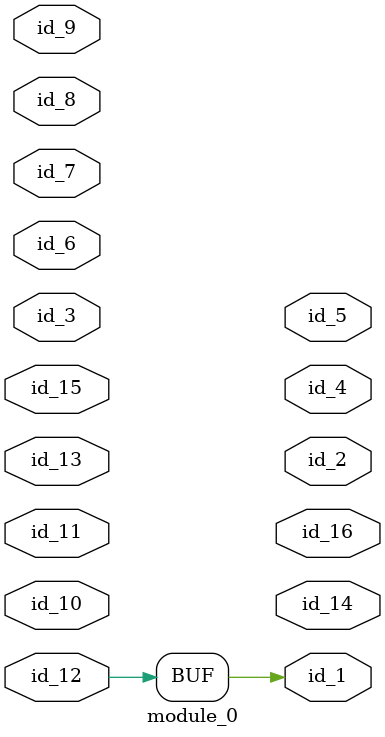
<source format=v>
`timescale 1ps / 1 ps
module module_0 (
    id_1,
    id_2,
    id_3,
    id_4,
    id_5,
    id_6,
    id_7,
    id_8,
    id_9,
    id_10,
    id_11,
    id_12,
    id_13,
    id_14,
    id_15,
    id_16
);
  output id_16;
  inout id_15;
  output id_14;
  input id_13;
  inout id_12;
  inout id_11;
  input id_10;
  input id_9;
  inout id_8;
  inout id_7;
  inout id_6;
  output id_5;
  output id_4;
  input id_3;
  output id_2;
  output id_1;
  assign id_1 = id_12;
endmodule

</source>
